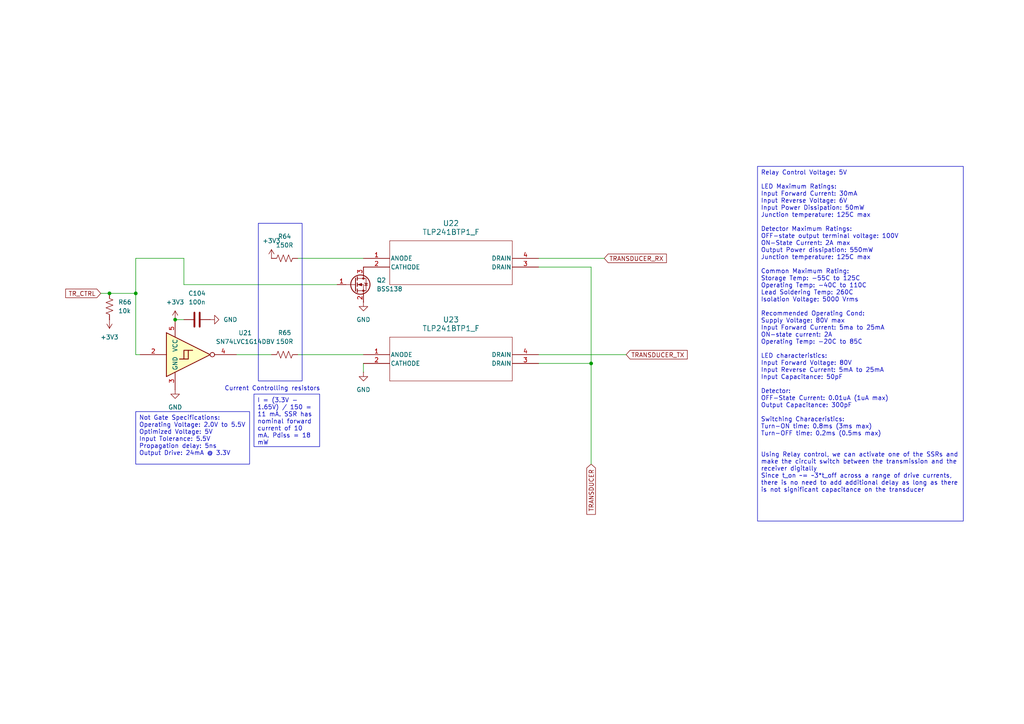
<source format=kicad_sch>
(kicad_sch
	(version 20231120)
	(generator "eeschema")
	(generator_version "8.0")
	(uuid "60eb83a1-0b21-4be0-b094-0e2eb92cba69")
	(paper "A4")
	(title_block
		(title "T/R switch")
		(date "2025-01-17")
		(rev "1.3")
		(company "RM")
	)
	(lib_symbols
		(symbol "UAM_symbols:BSS138"
			(pin_names hide)
			(exclude_from_sim no)
			(in_bom yes)
			(on_board yes)
			(property "Reference" "Q"
				(at 5.08 1.905 0)
				(effects
					(font
						(size 1.27 1.27)
					)
					(justify left)
				)
			)
			(property "Value" "BSS138"
				(at 5.08 0 0)
				(effects
					(font
						(size 1.27 1.27)
					)
					(justify left)
				)
			)
			(property "Footprint" "Package_TO_SOT_SMD:SOT-23"
				(at 5.08 -1.905 0)
				(effects
					(font
						(size 1.27 1.27)
						(italic yes)
					)
					(justify left)
					(hide yes)
				)
			)
			(property "Datasheet" "https://www.onsemi.com/pub/Collateral/BSS138-D.PDF"
				(at 5.08 -3.81 0)
				(effects
					(font
						(size 1.27 1.27)
					)
					(justify left)
					(hide yes)
				)
			)
			(property "Description" "50V Vds, 0.22A Id, N-Channel MOSFET, SOT-23"
				(at 0 0 0)
				(effects
					(font
						(size 1.27 1.27)
					)
					(hide yes)
				)
			)
			(property "ki_keywords" "N-Channel MOSFET"
				(at 0 0 0)
				(effects
					(font
						(size 1.27 1.27)
					)
					(hide yes)
				)
			)
			(property "ki_fp_filters" "SOT?23*"
				(at 0 0 0)
				(effects
					(font
						(size 1.27 1.27)
					)
					(hide yes)
				)
			)
			(symbol "BSS138_0_1"
				(polyline
					(pts
						(xy 0.254 0) (xy -2.54 0)
					)
					(stroke
						(width 0)
						(type default)
					)
					(fill
						(type none)
					)
				)
				(polyline
					(pts
						(xy 0.254 1.905) (xy 0.254 -1.905)
					)
					(stroke
						(width 0.254)
						(type default)
					)
					(fill
						(type none)
					)
				)
				(polyline
					(pts
						(xy 0.762 -1.27) (xy 0.762 -2.286)
					)
					(stroke
						(width 0.254)
						(type default)
					)
					(fill
						(type none)
					)
				)
				(polyline
					(pts
						(xy 0.762 0.508) (xy 0.762 -0.508)
					)
					(stroke
						(width 0.254)
						(type default)
					)
					(fill
						(type none)
					)
				)
				(polyline
					(pts
						(xy 0.762 2.286) (xy 0.762 1.27)
					)
					(stroke
						(width 0.254)
						(type default)
					)
					(fill
						(type none)
					)
				)
				(polyline
					(pts
						(xy 2.54 2.54) (xy 2.54 1.778)
					)
					(stroke
						(width 0)
						(type default)
					)
					(fill
						(type none)
					)
				)
				(polyline
					(pts
						(xy 2.54 -2.54) (xy 2.54 0) (xy 0.762 0)
					)
					(stroke
						(width 0)
						(type default)
					)
					(fill
						(type none)
					)
				)
				(polyline
					(pts
						(xy 0.762 -1.778) (xy 3.302 -1.778) (xy 3.302 1.778) (xy 0.762 1.778)
					)
					(stroke
						(width 0)
						(type default)
					)
					(fill
						(type none)
					)
				)
				(polyline
					(pts
						(xy 1.016 0) (xy 2.032 0.381) (xy 2.032 -0.381) (xy 1.016 0)
					)
					(stroke
						(width 0)
						(type default)
					)
					(fill
						(type outline)
					)
				)
				(polyline
					(pts
						(xy 2.794 0.508) (xy 2.921 0.381) (xy 3.683 0.381) (xy 3.81 0.254)
					)
					(stroke
						(width 0)
						(type default)
					)
					(fill
						(type none)
					)
				)
				(polyline
					(pts
						(xy 3.302 0.381) (xy 2.921 -0.254) (xy 3.683 -0.254) (xy 3.302 0.381)
					)
					(stroke
						(width 0)
						(type default)
					)
					(fill
						(type none)
					)
				)
				(circle
					(center 1.651 0)
					(radius 2.794)
					(stroke
						(width 0.254)
						(type default)
					)
					(fill
						(type none)
					)
				)
				(circle
					(center 2.54 -1.778)
					(radius 0.254)
					(stroke
						(width 0)
						(type default)
					)
					(fill
						(type outline)
					)
				)
				(circle
					(center 2.54 1.778)
					(radius 0.254)
					(stroke
						(width 0)
						(type default)
					)
					(fill
						(type outline)
					)
				)
			)
			(symbol "BSS138_1_1"
				(pin input line
					(at -5.08 0 0)
					(length 2.54)
					(name "G"
						(effects
							(font
								(size 1.27 1.27)
							)
						)
					)
					(number "1"
						(effects
							(font
								(size 1.27 1.27)
							)
						)
					)
				)
				(pin passive line
					(at 2.54 -5.08 90)
					(length 2.54)
					(name "S"
						(effects
							(font
								(size 1.27 1.27)
							)
						)
					)
					(number "2"
						(effects
							(font
								(size 1.27 1.27)
							)
						)
					)
				)
				(pin passive line
					(at 2.54 5.08 270)
					(length 2.54)
					(name "D"
						(effects
							(font
								(size 1.27 1.27)
							)
						)
					)
					(number "3"
						(effects
							(font
								(size 1.27 1.27)
							)
						)
					)
				)
			)
		)
		(symbol "UAM_symbols:C"
			(pin_numbers hide)
			(pin_names
				(offset 0.254)
			)
			(exclude_from_sim no)
			(in_bom yes)
			(on_board yes)
			(property "Reference" "C"
				(at 0.635 2.54 0)
				(effects
					(font
						(size 1.27 1.27)
					)
					(justify left)
				)
			)
			(property "Value" "C"
				(at 0.635 -2.54 0)
				(effects
					(font
						(size 1.27 1.27)
					)
					(justify left)
				)
			)
			(property "Footprint" ""
				(at 0.9652 -3.81 0)
				(effects
					(font
						(size 1.27 1.27)
					)
					(hide yes)
				)
			)
			(property "Datasheet" "~"
				(at 0 0 0)
				(effects
					(font
						(size 1.27 1.27)
					)
					(hide yes)
				)
			)
			(property "Description" "Unpolarized capacitor"
				(at 0 0 0)
				(effects
					(font
						(size 1.27 1.27)
					)
					(hide yes)
				)
			)
			(property "ki_keywords" "cap capacitor"
				(at 0 0 0)
				(effects
					(font
						(size 1.27 1.27)
					)
					(hide yes)
				)
			)
			(property "ki_fp_filters" "C_*"
				(at 0 0 0)
				(effects
					(font
						(size 1.27 1.27)
					)
					(hide yes)
				)
			)
			(symbol "C_0_1"
				(polyline
					(pts
						(xy -2.032 -0.762) (xy 2.032 -0.762)
					)
					(stroke
						(width 0.508)
						(type default)
					)
					(fill
						(type none)
					)
				)
				(polyline
					(pts
						(xy -2.032 0.762) (xy 2.032 0.762)
					)
					(stroke
						(width 0.508)
						(type default)
					)
					(fill
						(type none)
					)
				)
			)
			(symbol "C_1_1"
				(pin passive line
					(at 0 3.81 270)
					(length 2.794)
					(name "~"
						(effects
							(font
								(size 1.27 1.27)
							)
						)
					)
					(number "1"
						(effects
							(font
								(size 1.27 1.27)
							)
						)
					)
				)
				(pin passive line
					(at 0 -3.81 90)
					(length 2.794)
					(name "~"
						(effects
							(font
								(size 1.27 1.27)
							)
						)
					)
					(number "2"
						(effects
							(font
								(size 1.27 1.27)
							)
						)
					)
				)
			)
		)
		(symbol "UAM_symbols:R_US"
			(pin_numbers hide)
			(pin_names
				(offset 0)
			)
			(exclude_from_sim no)
			(in_bom yes)
			(on_board yes)
			(property "Reference" "R"
				(at 2.54 0 90)
				(effects
					(font
						(size 1.27 1.27)
					)
				)
			)
			(property "Value" "R_US"
				(at -2.54 0 90)
				(effects
					(font
						(size 1.27 1.27)
					)
				)
			)
			(property "Footprint" ""
				(at 1.016 -0.254 90)
				(effects
					(font
						(size 1.27 1.27)
					)
					(hide yes)
				)
			)
			(property "Datasheet" "~"
				(at 0 0 0)
				(effects
					(font
						(size 1.27 1.27)
					)
					(hide yes)
				)
			)
			(property "Description" "Resistor, US symbol"
				(at 0 0 0)
				(effects
					(font
						(size 1.27 1.27)
					)
					(hide yes)
				)
			)
			(property "ki_keywords" "R res resistor"
				(at 0 0 0)
				(effects
					(font
						(size 1.27 1.27)
					)
					(hide yes)
				)
			)
			(property "ki_fp_filters" "R_*"
				(at 0 0 0)
				(effects
					(font
						(size 1.27 1.27)
					)
					(hide yes)
				)
			)
			(symbol "R_US_0_1"
				(polyline
					(pts
						(xy 0 -2.286) (xy 0 -2.54)
					)
					(stroke
						(width 0)
						(type default)
					)
					(fill
						(type none)
					)
				)
				(polyline
					(pts
						(xy 0 2.286) (xy 0 2.54)
					)
					(stroke
						(width 0)
						(type default)
					)
					(fill
						(type none)
					)
				)
				(polyline
					(pts
						(xy 0 -0.762) (xy 1.016 -1.143) (xy 0 -1.524) (xy -1.016 -1.905) (xy 0 -2.286)
					)
					(stroke
						(width 0)
						(type default)
					)
					(fill
						(type none)
					)
				)
				(polyline
					(pts
						(xy 0 0.762) (xy 1.016 0.381) (xy 0 0) (xy -1.016 -0.381) (xy 0 -0.762)
					)
					(stroke
						(width 0)
						(type default)
					)
					(fill
						(type none)
					)
				)
				(polyline
					(pts
						(xy 0 2.286) (xy 1.016 1.905) (xy 0 1.524) (xy -1.016 1.143) (xy 0 0.762)
					)
					(stroke
						(width 0)
						(type default)
					)
					(fill
						(type none)
					)
				)
			)
			(symbol "R_US_1_1"
				(pin passive line
					(at 0 3.81 270)
					(length 1.27)
					(name "~"
						(effects
							(font
								(size 1.27 1.27)
							)
						)
					)
					(number "1"
						(effects
							(font
								(size 1.27 1.27)
							)
						)
					)
				)
				(pin passive line
					(at 0 -3.81 90)
					(length 1.27)
					(name "~"
						(effects
							(font
								(size 1.27 1.27)
							)
						)
					)
					(number "2"
						(effects
							(font
								(size 1.27 1.27)
							)
						)
					)
				)
			)
		)
		(symbol "UAM_symbols:SN74LVC1G14DBV"
			(exclude_from_sim no)
			(in_bom yes)
			(on_board yes)
			(property "Reference" "U"
				(at 0 3.81 0)
				(effects
					(font
						(size 1.27 1.27)
					)
					(justify left)
				)
			)
			(property "Value" "SN74LVC1G14DBV"
				(at 0 -3.81 0)
				(effects
					(font
						(size 1.27 1.27)
					)
					(justify left)
				)
			)
			(property "Footprint" "Package_TO_SOT_SMD:SOT-23-5"
				(at 0 -6.35 0)
				(effects
					(font
						(size 1.27 1.27)
						(italic yes)
					)
					(justify left)
					(hide yes)
				)
			)
			(property "Datasheet" "https://www.ti.com/lit/ds/symlink/sn74lvc1g14.pdf"
				(at 0 -8.89 0)
				(effects
					(font
						(size 1.27 1.27)
					)
					(justify left)
					(hide yes)
				)
			)
			(property "Description" "Single Schmitt NOT Gate, Low-Voltage CMOS, SOT-23"
				(at 0 0 0)
				(effects
					(font
						(size 1.27 1.27)
					)
					(hide yes)
				)
			)
			(property "ki_keywords" "Single Gate NOT Schmitt LVC CMOS"
				(at 0 0 0)
				(effects
					(font
						(size 1.27 1.27)
					)
					(hide yes)
				)
			)
			(property "ki_fp_filters" "SOT*23*"
				(at 0 0 0)
				(effects
					(font
						(size 1.27 1.27)
					)
					(hide yes)
				)
			)
			(symbol "SN74LVC1G14DBV_0_1"
				(polyline
					(pts
						(xy -7.62 6.35) (xy -7.62 -6.35) (xy 5.08 0) (xy -7.62 6.35)
					)
					(stroke
						(width 0.254)
						(type default)
					)
					(fill
						(type background)
					)
				)
			)
			(symbol "SN74LVC1G14DBV_1_1"
				(polyline
					(pts
						(xy -3.81 -1.27) (xy -1.27 -1.27) (xy -1.27 1.27)
					)
					(stroke
						(width 0.254)
						(type default)
					)
					(fill
						(type none)
					)
				)
				(polyline
					(pts
						(xy -2.54 -1.27) (xy -2.54 1.27) (xy 0 1.27)
					)
					(stroke
						(width 0.254)
						(type default)
					)
					(fill
						(type none)
					)
				)
				(pin no_connect line
					(at -7.62 5.08 180)
					(length 5.08) hide
					(name "NC"
						(effects
							(font
								(size 1.27 1.27)
							)
						)
					)
					(number "1"
						(effects
							(font
								(size 1.27 1.27)
							)
						)
					)
				)
				(pin input line
					(at -15.24 0 0)
					(length 7.62)
					(name "~"
						(effects
							(font
								(size 1.27 1.27)
							)
						)
					)
					(number "2"
						(effects
							(font
								(size 1.27 1.27)
							)
						)
					)
				)
				(pin power_in line
					(at -5.08 -10.16 90)
					(length 5.08)
					(name "GND"
						(effects
							(font
								(size 1.27 1.27)
							)
						)
					)
					(number "3"
						(effects
							(font
								(size 1.27 1.27)
							)
						)
					)
				)
				(pin output inverted
					(at 12.7 0 180)
					(length 7.62)
					(name "~"
						(effects
							(font
								(size 1.27 1.27)
							)
						)
					)
					(number "4"
						(effects
							(font
								(size 1.27 1.27)
							)
						)
					)
				)
				(pin power_in line
					(at -5.08 10.16 270)
					(length 5.08)
					(name "VCC"
						(effects
							(font
								(size 1.27 1.27)
							)
						)
					)
					(number "5"
						(effects
							(font
								(size 1.27 1.27)
							)
						)
					)
				)
			)
		)
		(symbol "UAM_symbols:TLP241BTP1_F"
			(pin_names
				(offset 0.254)
			)
			(exclude_from_sim no)
			(in_bom yes)
			(on_board yes)
			(property "Reference" "U"
				(at 25.4 10.16 0)
				(effects
					(font
						(size 1.524 1.524)
					)
				)
			)
			(property "Value" "TLP241BTP1_F"
				(at 25.4 7.62 0)
				(effects
					(font
						(size 1.524 1.524)
					)
				)
			)
			(property "Footprint" "TLP241B_TOS"
				(at 0 0 0)
				(effects
					(font
						(size 1.27 1.27)
						(italic yes)
					)
					(hide yes)
				)
			)
			(property "Datasheet" "TLP241BTP1_F"
				(at 0 0 0)
				(effects
					(font
						(size 1.27 1.27)
						(italic yes)
					)
					(hide yes)
				)
			)
			(property "Description" ""
				(at 0 0 0)
				(effects
					(font
						(size 1.27 1.27)
					)
					(hide yes)
				)
			)
			(property "ki_locked" ""
				(at 0 0 0)
				(effects
					(font
						(size 1.27 1.27)
					)
				)
			)
			(property "ki_keywords" "TLP241B(TP1,F"
				(at 0 0 0)
				(effects
					(font
						(size 1.27 1.27)
					)
					(hide yes)
				)
			)
			(property "ki_fp_filters" "TLP241B_TOS TLP241B_TOS-M TLP241B_TOS-L"
				(at 0 0 0)
				(effects
					(font
						(size 1.27 1.27)
					)
					(hide yes)
				)
			)
			(symbol "TLP241BTP1_F_0_1"
				(polyline
					(pts
						(xy 7.62 -7.62) (xy 43.18 -7.62)
					)
					(stroke
						(width 0.127)
						(type default)
					)
					(fill
						(type none)
					)
				)
				(polyline
					(pts
						(xy 7.62 5.08) (xy 7.62 -7.62)
					)
					(stroke
						(width 0.127)
						(type default)
					)
					(fill
						(type none)
					)
				)
				(polyline
					(pts
						(xy 43.18 -7.62) (xy 43.18 5.08)
					)
					(stroke
						(width 0.127)
						(type default)
					)
					(fill
						(type none)
					)
				)
				(polyline
					(pts
						(xy 43.18 5.08) (xy 7.62 5.08)
					)
					(stroke
						(width 0.127)
						(type default)
					)
					(fill
						(type none)
					)
				)
				(pin unspecified line
					(at 0 0 0)
					(length 7.62)
					(name "ANODE"
						(effects
							(font
								(size 1.27 1.27)
							)
						)
					)
					(number "1"
						(effects
							(font
								(size 1.27 1.27)
							)
						)
					)
				)
				(pin unspecified line
					(at 0 -2.54 0)
					(length 7.62)
					(name "CATHODE"
						(effects
							(font
								(size 1.27 1.27)
							)
						)
					)
					(number "2"
						(effects
							(font
								(size 1.27 1.27)
							)
						)
					)
				)
				(pin unspecified line
					(at 50.8 -2.54 180)
					(length 7.62)
					(name "DRAIN"
						(effects
							(font
								(size 1.27 1.27)
							)
						)
					)
					(number "3"
						(effects
							(font
								(size 1.27 1.27)
							)
						)
					)
				)
				(pin unspecified line
					(at 50.8 0 180)
					(length 7.62)
					(name "DRAIN"
						(effects
							(font
								(size 1.27 1.27)
							)
						)
					)
					(number "4"
						(effects
							(font
								(size 1.27 1.27)
							)
						)
					)
				)
			)
		)
		(symbol "power:+3V3"
			(power)
			(pin_numbers hide)
			(pin_names
				(offset 0) hide)
			(exclude_from_sim no)
			(in_bom yes)
			(on_board yes)
			(property "Reference" "#PWR"
				(at 0 -3.81 0)
				(effects
					(font
						(size 1.27 1.27)
					)
					(hide yes)
				)
			)
			(property "Value" "+3V3"
				(at 0 3.556 0)
				(effects
					(font
						(size 1.27 1.27)
					)
				)
			)
			(property "Footprint" ""
				(at 0 0 0)
				(effects
					(font
						(size 1.27 1.27)
					)
					(hide yes)
				)
			)
			(property "Datasheet" ""
				(at 0 0 0)
				(effects
					(font
						(size 1.27 1.27)
					)
					(hide yes)
				)
			)
			(property "Description" "Power symbol creates a global label with name \"+3V3\""
				(at 0 0 0)
				(effects
					(font
						(size 1.27 1.27)
					)
					(hide yes)
				)
			)
			(property "ki_keywords" "global power"
				(at 0 0 0)
				(effects
					(font
						(size 1.27 1.27)
					)
					(hide yes)
				)
			)
			(symbol "+3V3_0_1"
				(polyline
					(pts
						(xy -0.762 1.27) (xy 0 2.54)
					)
					(stroke
						(width 0)
						(type default)
					)
					(fill
						(type none)
					)
				)
				(polyline
					(pts
						(xy 0 0) (xy 0 2.54)
					)
					(stroke
						(width 0)
						(type default)
					)
					(fill
						(type none)
					)
				)
				(polyline
					(pts
						(xy 0 2.54) (xy 0.762 1.27)
					)
					(stroke
						(width 0)
						(type default)
					)
					(fill
						(type none)
					)
				)
			)
			(symbol "+3V3_1_1"
				(pin power_in line
					(at 0 0 90)
					(length 0)
					(name "~"
						(effects
							(font
								(size 1.27 1.27)
							)
						)
					)
					(number "1"
						(effects
							(font
								(size 1.27 1.27)
							)
						)
					)
				)
			)
		)
		(symbol "power:GND"
			(power)
			(pin_numbers hide)
			(pin_names
				(offset 0) hide)
			(exclude_from_sim no)
			(in_bom yes)
			(on_board yes)
			(property "Reference" "#PWR"
				(at 0 -6.35 0)
				(effects
					(font
						(size 1.27 1.27)
					)
					(hide yes)
				)
			)
			(property "Value" "GND"
				(at 0 -3.81 0)
				(effects
					(font
						(size 1.27 1.27)
					)
				)
			)
			(property "Footprint" ""
				(at 0 0 0)
				(effects
					(font
						(size 1.27 1.27)
					)
					(hide yes)
				)
			)
			(property "Datasheet" ""
				(at 0 0 0)
				(effects
					(font
						(size 1.27 1.27)
					)
					(hide yes)
				)
			)
			(property "Description" "Power symbol creates a global label with name \"GND\" , ground"
				(at 0 0 0)
				(effects
					(font
						(size 1.27 1.27)
					)
					(hide yes)
				)
			)
			(property "ki_keywords" "global power"
				(at 0 0 0)
				(effects
					(font
						(size 1.27 1.27)
					)
					(hide yes)
				)
			)
			(symbol "GND_0_1"
				(polyline
					(pts
						(xy 0 0) (xy 0 -1.27) (xy 1.27 -1.27) (xy 0 -2.54) (xy -1.27 -1.27) (xy 0 -1.27)
					)
					(stroke
						(width 0)
						(type default)
					)
					(fill
						(type none)
					)
				)
			)
			(symbol "GND_1_1"
				(pin power_in line
					(at 0 0 270)
					(length 0)
					(name "~"
						(effects
							(font
								(size 1.27 1.27)
							)
						)
					)
					(number "1"
						(effects
							(font
								(size 1.27 1.27)
							)
						)
					)
				)
			)
		)
	)
	(junction
		(at 171.45 105.41)
		(diameter 0)
		(color 0 0 0 0)
		(uuid "e5ffd221-d827-4085-955c-cc186a6bd6b8")
	)
	(junction
		(at 50.8 92.71)
		(diameter 0)
		(color 0 0 0 0)
		(uuid "e9c21af0-bb02-4888-a78d-01269a6d6072")
	)
	(junction
		(at 31.75 85.09)
		(diameter 0)
		(color 0 0 0 0)
		(uuid "ede396f6-26cb-4bdc-b837-75b4729b1486")
	)
	(junction
		(at 39.37 85.09)
		(diameter 0)
		(color 0 0 0 0)
		(uuid "fa363496-84db-4e0a-8115-f2c0805e78bf")
	)
	(wire
		(pts
			(xy 97.79 82.55) (xy 53.34 82.55)
		)
		(stroke
			(width 0)
			(type default)
		)
		(uuid "00a7d9c7-d5b0-4eef-981a-df5bc62c9097")
	)
	(wire
		(pts
			(xy 53.34 92.71) (xy 50.8 92.71)
		)
		(stroke
			(width 0)
			(type default)
		)
		(uuid "219ae9b2-6ab2-4ddc-8759-e63f2795a21c")
	)
	(wire
		(pts
			(xy 53.34 74.93) (xy 39.37 74.93)
		)
		(stroke
			(width 0)
			(type default)
		)
		(uuid "22231ac3-fff2-4bc4-b498-d42fe9c86ee1")
	)
	(wire
		(pts
			(xy 156.21 105.41) (xy 171.45 105.41)
		)
		(stroke
			(width 0)
			(type default)
		)
		(uuid "25064a94-6635-4816-9f79-b43539b9cac8")
	)
	(wire
		(pts
			(xy 29.21 85.09) (xy 31.75 85.09)
		)
		(stroke
			(width 0)
			(type default)
		)
		(uuid "25d05d0a-285d-4b03-a793-aff903132029")
	)
	(wire
		(pts
			(xy 31.75 85.09) (xy 39.37 85.09)
		)
		(stroke
			(width 0)
			(type default)
		)
		(uuid "2714cdce-930b-4b5f-a33a-3a3257318cec")
	)
	(wire
		(pts
			(xy 68.58 102.87) (xy 78.74 102.87)
		)
		(stroke
			(width 0)
			(type default)
		)
		(uuid "3cab1588-41db-476d-a2be-6ed57c04f0a8")
	)
	(wire
		(pts
			(xy 39.37 85.09) (xy 39.37 102.87)
		)
		(stroke
			(width 0)
			(type default)
		)
		(uuid "67827990-4852-4838-8e0e-cc131381f5d9")
	)
	(wire
		(pts
			(xy 171.45 77.47) (xy 171.45 105.41)
		)
		(stroke
			(width 0)
			(type default)
		)
		(uuid "7b641171-47a0-417a-8d58-c7f53a3001ad")
	)
	(wire
		(pts
			(xy 156.21 77.47) (xy 171.45 77.47)
		)
		(stroke
			(width 0)
			(type default)
		)
		(uuid "7b9753fb-c4bb-45ed-bf06-3d9374d3d927")
	)
	(wire
		(pts
			(xy 171.45 105.41) (xy 171.45 134.62)
		)
		(stroke
			(width 0)
			(type default)
		)
		(uuid "7ef722d8-ccee-4c62-9459-5753ab437724")
	)
	(wire
		(pts
			(xy 39.37 74.93) (xy 39.37 85.09)
		)
		(stroke
			(width 0)
			(type default)
		)
		(uuid "a23edc51-d2b5-4ab7-ab62-924db940fbc7")
	)
	(wire
		(pts
			(xy 53.34 82.55) (xy 53.34 74.93)
		)
		(stroke
			(width 0)
			(type default)
		)
		(uuid "a5b740f6-7fdb-4ac6-94be-a96de5e18add")
	)
	(wire
		(pts
			(xy 181.61 102.87) (xy 156.21 102.87)
		)
		(stroke
			(width 0)
			(type default)
		)
		(uuid "b04ce5a0-d1d1-4ecf-aba7-6dad8a409b03")
	)
	(wire
		(pts
			(xy 39.37 102.87) (xy 40.64 102.87)
		)
		(stroke
			(width 0)
			(type default)
		)
		(uuid "c87284a4-3be9-41fc-ac0c-bea8ac892e9e")
	)
	(wire
		(pts
			(xy 175.26 74.93) (xy 156.21 74.93)
		)
		(stroke
			(width 0)
			(type default)
		)
		(uuid "cbf22c13-b87f-4b3e-a201-83dfe40b32f0")
	)
	(wire
		(pts
			(xy 86.36 102.87) (xy 105.41 102.87)
		)
		(stroke
			(width 0)
			(type default)
		)
		(uuid "ebaf5fa3-2c75-4b04-b925-b81c49ea1a6f")
	)
	(wire
		(pts
			(xy 105.41 105.41) (xy 105.41 107.95)
		)
		(stroke
			(width 0)
			(type default)
		)
		(uuid "f90460e6-e9f5-4326-ae2d-7ca6332d0676")
	)
	(wire
		(pts
			(xy 86.36 74.93) (xy 105.41 74.93)
		)
		(stroke
			(width 0)
			(type default)
		)
		(uuid "fea8c118-dac5-40d4-a454-a7888ac6d9de")
	)
	(rectangle
		(start 74.93 64.77)
		(end 87.63 110.49)
		(stroke
			(width 0)
			(type default)
		)
		(fill
			(type none)
		)
		(uuid ebb541d2-1e53-42c8-b86a-101678cfa7b0)
	)
	(text_box "Not Gate Specifications:\nOperating Voltage: 2.0V to 5.5V\nOptimized Voltage: 5V\nInput Tolerance: 5.5V\nPropagation delay: 5ns\nOutput Drive: 24mA @ 3.3V"
		(exclude_from_sim no)
		(at 39.37 119.38 0)
		(size 33.02 15.24)
		(stroke
			(width 0)
			(type default)
		)
		(fill
			(type none)
		)
		(effects
			(font
				(size 1.27 1.27)
			)
			(justify left top)
		)
		(uuid "3e493b73-6980-4fdb-b571-9c7b9b5db46c")
	)
	(text_box "I = (3.3V - 1.65V) / 150 = 11 mA. SSR has nominal forward current of 10 mA. Pdiss = 18 mW"
		(exclude_from_sim no)
		(at 73.66 114.3 0)
		(size 19.05 15.24)
		(stroke
			(width 0)
			(type default)
		)
		(fill
			(type none)
		)
		(effects
			(font
				(size 1.27 1.27)
			)
			(justify left top)
		)
		(uuid "59ece887-dfd4-4b86-b537-cbcc5928bba3")
	)
	(text_box "Relay Control Voltage: 5V\n\nLED Maximum Ratings:\nInput Forward Current: 30mA\nInput Reverse Voltage: 6V\nInput Power Dissipation: 50mW\nJunction temperature: 125C max\n\nDetector Maximum Ratings:\nOFF-state output terminal voltage: 100V\nON-State Current: 2A max\nOutput Power dissipation: 550mW\nJunction temperature: 125C max\n\nCommon Maximum Rating:\nStorage Temp: -55C to 125C\nOperating Temp: -40C to 110C\nLead Soldering Temp: 260C\nIsolation Voltage: 5000 Vrms\n\nRecommended Operating Cond:\nSupply Voltage: 80V max\nInput Forward Current: 5ma to 25mA\nON-state current: 2A\nOperating Temp: -20C to 85C\n\nLED characteristics:\nInput Forward Voltage: 80V\nInput Reverse Current: 5mA to 25mA\nInput Capacitance: 50pF\n\nDetector:\nOFF-State Current: 0.01uA (1uA max)\nOutput Capacitance: 300pF\n\nSwitching Characeristics:\nTurn-ON time: 0.8ms (3ms max)\nTurn-OFF time: 0.2ms (0.5ms max)\n\n\nUsing Relay control, we can activate one of the SSRs and make the circuit switch between the transmission and the receiver digitally\nSince t_on ~= ~3*t_off across a range of drive currents, there is no need to add additional delay as long as there is not significant capacitance on the transducer"
		(exclude_from_sim no)
		(at 219.71 48.26 0)
		(size 59.69 102.87)
		(stroke
			(width 0)
			(type default)
		)
		(fill
			(type none)
		)
		(effects
			(font
				(size 1.27 1.27)
			)
			(justify left top)
		)
		(uuid "e577ba47-cb6a-4f5d-b2fc-df1e98cd11bc")
	)
	(text "Current Controlling resistors"
		(exclude_from_sim no)
		(at 78.994 112.776 0)
		(effects
			(font
				(size 1.27 1.27)
			)
		)
		(uuid "9bb912eb-604c-4bbe-80ab-01b89041b3a1")
	)
	(global_label "TRANSDUCER"
		(shape input)
		(at 171.45 134.62 270)
		(fields_autoplaced yes)
		(effects
			(font
				(size 1.27 1.27)
			)
			(justify right)
		)
		(uuid "0c227141-6664-4a65-a458-b05711deabb0")
		(property "Intersheetrefs" "${INTERSHEET_REFS}"
			(at 171.45 149.7609 90)
			(effects
				(font
					(size 1.27 1.27)
				)
				(justify right)
				(hide yes)
			)
		)
	)
	(global_label "TR_CTRL"
		(shape input)
		(at 29.21 85.09 180)
		(fields_autoplaced yes)
		(effects
			(font
				(size 1.27 1.27)
			)
			(justify right)
		)
		(uuid "85ad6970-765b-4996-9fed-44c431e8425b")
		(property "Intersheetrefs" "${INTERSHEET_REFS}"
			(at 18.4839 85.09 0)
			(effects
				(font
					(size 1.27 1.27)
				)
				(justify right)
				(hide yes)
			)
		)
	)
	(global_label "TRANSDUCER_RX"
		(shape input)
		(at 175.26 74.93 0)
		(fields_autoplaced yes)
		(effects
			(font
				(size 1.27 1.27)
			)
			(justify left)
		)
		(uuid "a18dd037-987b-4535-9850-1ec5c9c2f6a8")
		(property "Intersheetrefs" "${INTERSHEET_REFS}"
			(at 193.848 74.93 0)
			(effects
				(font
					(size 1.27 1.27)
				)
				(justify left)
				(hide yes)
			)
		)
	)
	(global_label "TRANSDUCER_TX"
		(shape input)
		(at 181.61 102.87 0)
		(fields_autoplaced yes)
		(effects
			(font
				(size 1.27 1.27)
			)
			(justify left)
		)
		(uuid "ab5d1e11-fbc5-4440-8310-77298bea8e2e")
		(property "Intersheetrefs" "${INTERSHEET_REFS}"
			(at 199.8956 102.87 0)
			(effects
				(font
					(size 1.27 1.27)
				)
				(justify left)
				(hide yes)
			)
		)
	)
	(symbol
		(lib_id "UAM_symbols:TLP241BTP1_F")
		(at 105.41 102.87 0)
		(unit 1)
		(exclude_from_sim no)
		(in_bom yes)
		(on_board yes)
		(dnp no)
		(uuid "20eddb34-6d90-471a-a547-e8a0f6a40ba8")
		(property "Reference" "U23"
			(at 130.81 92.71 0)
			(effects
				(font
					(size 1.524 1.524)
				)
			)
		)
		(property "Value" "TLP241BTP1_F"
			(at 130.81 95.25 0)
			(effects
				(font
					(size 1.524 1.524)
				)
			)
		)
		(property "Footprint" "SSR:TLP241B_TOS"
			(at 130.048 103.632 0)
			(effects
				(font
					(size 1.27 1.27)
					(italic yes)
				)
				(hide yes)
			)
		)
		(property "Datasheet" "TLP241BTP1_F"
			(at 105.41 102.87 0)
			(effects
				(font
					(size 1.27 1.27)
					(italic yes)
				)
				(hide yes)
			)
		)
		(property "Description" ""
			(at 105.41 102.87 0)
			(effects
				(font
					(size 1.27 1.27)
				)
				(hide yes)
			)
		)
		(property "Irms" ""
			(at 105.41 102.87 0)
			(effects
				(font
					(size 1.27 1.27)
				)
				(hide yes)
			)
		)
		(property "Tolerance" ""
			(at 105.41 102.87 0)
			(effects
				(font
					(size 1.27 1.27)
				)
				(hide yes)
			)
		)
		(property "Voltage" ""
			(at 105.41 102.87 0)
			(effects
				(font
					(size 1.27 1.27)
				)
				(hide yes)
			)
		)
		(pin "2"
			(uuid "88635132-81c3-4fec-b672-163e12edaae5")
		)
		(pin "3"
			(uuid "c5133dbe-94e5-4708-9800-0d3f27c7252e")
		)
		(pin "4"
			(uuid "1ae66db1-0f82-4801-965e-dd22a064bafe")
		)
		(pin "1"
			(uuid "6c411d91-a67c-435b-86b3-e909245b598f")
		)
		(instances
			(project "UAM"
				(path "/af15edda-fefd-41c1-b558-f4be36e6b138/261add59-8345-4e7d-9262-e41f795252d2"
					(reference "U23")
					(unit 1)
				)
			)
		)
	)
	(symbol
		(lib_id "power:+3V3")
		(at 31.75 92.71 180)
		(unit 1)
		(exclude_from_sim no)
		(in_bom yes)
		(on_board yes)
		(dnp no)
		(fields_autoplaced yes)
		(uuid "24909de4-0014-4aef-bcac-3ad86ceae73f")
		(property "Reference" "#PWR0164"
			(at 31.75 88.9 0)
			(effects
				(font
					(size 1.27 1.27)
				)
				(hide yes)
			)
		)
		(property "Value" "+3V3"
			(at 31.75 97.79 0)
			(effects
				(font
					(size 1.27 1.27)
				)
			)
		)
		(property "Footprint" ""
			(at 31.75 92.71 0)
			(effects
				(font
					(size 1.27 1.27)
				)
				(hide yes)
			)
		)
		(property "Datasheet" ""
			(at 31.75 92.71 0)
			(effects
				(font
					(size 1.27 1.27)
				)
				(hide yes)
			)
		)
		(property "Description" "Power symbol creates a global label with name \"+3V3\""
			(at 31.75 92.71 0)
			(effects
				(font
					(size 1.27 1.27)
				)
				(hide yes)
			)
		)
		(pin "1"
			(uuid "93dd0e13-a11a-4cd8-a962-efac41949194")
		)
		(instances
			(project ""
				(path "/af15edda-fefd-41c1-b558-f4be36e6b138/261add59-8345-4e7d-9262-e41f795252d2"
					(reference "#PWR0164")
					(unit 1)
				)
			)
		)
	)
	(symbol
		(lib_id "UAM_symbols:C")
		(at 57.15 92.71 90)
		(unit 1)
		(exclude_from_sim no)
		(in_bom yes)
		(on_board yes)
		(dnp no)
		(fields_autoplaced yes)
		(uuid "3677d4dc-8c83-4f7b-bf2d-2246ada34bd6")
		(property "Reference" "C104"
			(at 57.15 85.09 90)
			(effects
				(font
					(size 1.27 1.27)
				)
			)
		)
		(property "Value" "100n"
			(at 57.15 87.63 90)
			(effects
				(font
					(size 1.27 1.27)
				)
			)
		)
		(property "Footprint" "Capacitor_SMD:C_0603_1608Metric_Pad1.08x0.95mm_HandSolder"
			(at 60.96 91.7448 0)
			(effects
				(font
					(size 1.27 1.27)
				)
				(hide yes)
			)
		)
		(property "Datasheet" "~"
			(at 57.15 92.71 0)
			(effects
				(font
					(size 1.27 1.27)
				)
				(hide yes)
			)
		)
		(property "Description" "Unpolarized capacitor"
			(at 57.15 92.71 0)
			(effects
				(font
					(size 1.27 1.27)
				)
				(hide yes)
			)
		)
		(property "Irms" ""
			(at 57.15 92.71 0)
			(effects
				(font
					(size 1.27 1.27)
				)
				(hide yes)
			)
		)
		(property "Tolerance" ""
			(at 57.15 92.71 0)
			(effects
				(font
					(size 1.27 1.27)
				)
				(hide yes)
			)
		)
		(property "Voltage" ""
			(at 57.15 92.71 0)
			(effects
				(font
					(size 1.27 1.27)
				)
				(hide yes)
			)
		)
		(pin "1"
			(uuid "4d4595eb-4007-42c3-ae7c-269303a1b7b5")
		)
		(pin "2"
			(uuid "96279bad-d926-4ce1-9b00-978bb1676685")
		)
		(instances
			(project "UAM"
				(path "/af15edda-fefd-41c1-b558-f4be36e6b138/261add59-8345-4e7d-9262-e41f795252d2"
					(reference "C104")
					(unit 1)
				)
			)
		)
	)
	(symbol
		(lib_id "UAM_symbols:R_US")
		(at 82.55 74.93 270)
		(unit 1)
		(exclude_from_sim no)
		(in_bom yes)
		(on_board yes)
		(dnp no)
		(fields_autoplaced yes)
		(uuid "5309924c-002b-4fd5-adf0-419f80ecbc79")
		(property "Reference" "R64"
			(at 82.55 68.58 90)
			(effects
				(font
					(size 1.27 1.27)
				)
			)
		)
		(property "Value" "150R"
			(at 82.55 71.12 90)
			(effects
				(font
					(size 1.27 1.27)
				)
			)
		)
		(property "Footprint" "Resistor_SMD:R_0603_1608Metric_Pad0.98x0.95mm_HandSolder"
			(at 82.296 75.946 90)
			(effects
				(font
					(size 1.27 1.27)
				)
				(hide yes)
			)
		)
		(property "Datasheet" "~"
			(at 82.55 74.93 0)
			(effects
				(font
					(size 1.27 1.27)
				)
				(hide yes)
			)
		)
		(property "Description" "Resistor, US symbol"
			(at 82.55 74.93 0)
			(effects
				(font
					(size 1.27 1.27)
				)
				(hide yes)
			)
		)
		(property "Irms" ""
			(at 82.55 74.93 0)
			(effects
				(font
					(size 1.27 1.27)
				)
				(hide yes)
			)
		)
		(property "Tolerance" ""
			(at 82.55 74.93 0)
			(effects
				(font
					(size 1.27 1.27)
				)
				(hide yes)
			)
		)
		(property "Voltage" ""
			(at 82.55 74.93 0)
			(effects
				(font
					(size 1.27 1.27)
				)
				(hide yes)
			)
		)
		(pin "1"
			(uuid "5dae51c4-7088-4f52-8192-eeb13a025a3a")
		)
		(pin "2"
			(uuid "bb75b435-78a9-4a35-b66c-dcdf1b54dc97")
		)
		(instances
			(project "UAM"
				(path "/af15edda-fefd-41c1-b558-f4be36e6b138/261add59-8345-4e7d-9262-e41f795252d2"
					(reference "R64")
					(unit 1)
				)
			)
		)
	)
	(symbol
		(lib_id "power:GND")
		(at 50.8 113.03 0)
		(unit 1)
		(exclude_from_sim no)
		(in_bom yes)
		(on_board yes)
		(dnp no)
		(fields_autoplaced yes)
		(uuid "5421d915-edd1-4f38-a984-944d8784b15d")
		(property "Reference" "#PWR0159"
			(at 50.8 119.38 0)
			(effects
				(font
					(size 1.27 1.27)
				)
				(hide yes)
			)
		)
		(property "Value" "GND"
			(at 50.8 118.11 0)
			(effects
				(font
					(size 1.27 1.27)
				)
			)
		)
		(property "Footprint" ""
			(at 50.8 113.03 0)
			(effects
				(font
					(size 1.27 1.27)
				)
				(hide yes)
			)
		)
		(property "Datasheet" ""
			(at 50.8 113.03 0)
			(effects
				(font
					(size 1.27 1.27)
				)
				(hide yes)
			)
		)
		(property "Description" "Power symbol creates a global label with name \"GND\" , ground"
			(at 50.8 113.03 0)
			(effects
				(font
					(size 1.27 1.27)
				)
				(hide yes)
			)
		)
		(pin "1"
			(uuid "b172c393-a64d-4474-a6e0-f5834ee0387a")
		)
		(instances
			(project "UAM"
				(path "/af15edda-fefd-41c1-b558-f4be36e6b138/261add59-8345-4e7d-9262-e41f795252d2"
					(reference "#PWR0159")
					(unit 1)
				)
			)
		)
	)
	(symbol
		(lib_id "UAM_symbols:BSS138")
		(at 102.87 82.55 0)
		(unit 1)
		(exclude_from_sim no)
		(in_bom yes)
		(on_board yes)
		(dnp no)
		(fields_autoplaced yes)
		(uuid "57bd82d3-3dda-4d8e-8619-1d49ef9cd49f")
		(property "Reference" "Q2"
			(at 109.22 81.2799 0)
			(effects
				(font
					(size 1.27 1.27)
				)
				(justify left)
			)
		)
		(property "Value" "BSS138"
			(at 109.22 83.8199 0)
			(effects
				(font
					(size 1.27 1.27)
				)
				(justify left)
			)
		)
		(property "Footprint" "Package_TO_SOT_SMD:SOT-23"
			(at 107.95 84.455 0)
			(effects
				(font
					(size 1.27 1.27)
					(italic yes)
				)
				(justify left)
				(hide yes)
			)
		)
		(property "Datasheet" "https://www.onsemi.com/pub/Collateral/BSS138-D.PDF"
			(at 107.95 86.36 0)
			(effects
				(font
					(size 1.27 1.27)
				)
				(justify left)
				(hide yes)
			)
		)
		(property "Description" "50V Vds, 0.22A Id, N-Channel MOSFET, SOT-23"
			(at 102.87 82.55 0)
			(effects
				(font
					(size 1.27 1.27)
				)
				(hide yes)
			)
		)
		(property "Irms" ""
			(at 102.87 82.55 0)
			(effects
				(font
					(size 1.27 1.27)
				)
				(hide yes)
			)
		)
		(property "Tolerance" ""
			(at 102.87 82.55 0)
			(effects
				(font
					(size 1.27 1.27)
				)
				(hide yes)
			)
		)
		(property "Voltage" ""
			(at 102.87 82.55 0)
			(effects
				(font
					(size 1.27 1.27)
				)
				(hide yes)
			)
		)
		(pin "1"
			(uuid "e8e6505f-14a9-4f83-b55e-fdd243a48f0e")
		)
		(pin "3"
			(uuid "6ec5151e-4ed1-4731-9e3a-d9eb23a19488")
		)
		(pin "2"
			(uuid "dba0a7ed-da40-4654-bba2-8b9b2de70385")
		)
		(instances
			(project ""
				(path "/af15edda-fefd-41c1-b558-f4be36e6b138/261add59-8345-4e7d-9262-e41f795252d2"
					(reference "Q2")
					(unit 1)
				)
			)
		)
	)
	(symbol
		(lib_id "power:GND")
		(at 105.41 107.95 0)
		(unit 1)
		(exclude_from_sim no)
		(in_bom yes)
		(on_board yes)
		(dnp no)
		(fields_autoplaced yes)
		(uuid "6095c301-c108-4d16-96be-ea094f70ff4c")
		(property "Reference" "#PWR0162"
			(at 105.41 114.3 0)
			(effects
				(font
					(size 1.27 1.27)
				)
				(hide yes)
			)
		)
		(property "Value" "GND"
			(at 105.41 113.03 0)
			(effects
				(font
					(size 1.27 1.27)
				)
			)
		)
		(property "Footprint" ""
			(at 105.41 107.95 0)
			(effects
				(font
					(size 1.27 1.27)
				)
				(hide yes)
			)
		)
		(property "Datasheet" ""
			(at 105.41 107.95 0)
			(effects
				(font
					(size 1.27 1.27)
				)
				(hide yes)
			)
		)
		(property "Description" "Power symbol creates a global label with name \"GND\" , ground"
			(at 105.41 107.95 0)
			(effects
				(font
					(size 1.27 1.27)
				)
				(hide yes)
			)
		)
		(pin "1"
			(uuid "37672c57-3219-461e-891e-e97c40e64d4c")
		)
		(instances
			(project "UAM"
				(path "/af15edda-fefd-41c1-b558-f4be36e6b138/261add59-8345-4e7d-9262-e41f795252d2"
					(reference "#PWR0162")
					(unit 1)
				)
			)
		)
	)
	(symbol
		(lib_id "power:+3V3")
		(at 78.74 74.93 0)
		(unit 1)
		(exclude_from_sim no)
		(in_bom yes)
		(on_board yes)
		(dnp no)
		(fields_autoplaced yes)
		(uuid "7b9ef11a-aa3e-4e35-9e8e-c095850f780a")
		(property "Reference" "#PWR0163"
			(at 78.74 78.74 0)
			(effects
				(font
					(size 1.27 1.27)
				)
				(hide yes)
			)
		)
		(property "Value" "+3V3"
			(at 78.74 69.85 0)
			(effects
				(font
					(size 1.27 1.27)
				)
			)
		)
		(property "Footprint" ""
			(at 78.74 74.93 0)
			(effects
				(font
					(size 1.27 1.27)
				)
				(hide yes)
			)
		)
		(property "Datasheet" ""
			(at 78.74 74.93 0)
			(effects
				(font
					(size 1.27 1.27)
				)
				(hide yes)
			)
		)
		(property "Description" "Power symbol creates a global label with name \"+3V3\""
			(at 78.74 74.93 0)
			(effects
				(font
					(size 1.27 1.27)
				)
				(hide yes)
			)
		)
		(pin "1"
			(uuid "7eaf300f-db58-4415-b5be-a092a645c621")
		)
		(instances
			(project ""
				(path "/af15edda-fefd-41c1-b558-f4be36e6b138/261add59-8345-4e7d-9262-e41f795252d2"
					(reference "#PWR0163")
					(unit 1)
				)
			)
		)
	)
	(symbol
		(lib_id "UAM_symbols:R_US")
		(at 82.55 102.87 90)
		(unit 1)
		(exclude_from_sim no)
		(in_bom yes)
		(on_board yes)
		(dnp no)
		(fields_autoplaced yes)
		(uuid "968c3bbb-c9b0-47a2-9019-4645e7680150")
		(property "Reference" "R65"
			(at 82.55 96.52 90)
			(effects
				(font
					(size 1.27 1.27)
				)
			)
		)
		(property "Value" "150R"
			(at 82.55 99.06 90)
			(effects
				(font
					(size 1.27 1.27)
				)
			)
		)
		(property "Footprint" "Resistor_SMD:R_0603_1608Metric_Pad0.98x0.95mm_HandSolder"
			(at 82.804 101.854 90)
			(effects
				(font
					(size 1.27 1.27)
				)
				(hide yes)
			)
		)
		(property "Datasheet" "~"
			(at 82.55 102.87 0)
			(effects
				(font
					(size 1.27 1.27)
				)
				(hide yes)
			)
		)
		(property "Description" "Resistor, US symbol"
			(at 82.55 102.87 0)
			(effects
				(font
					(size 1.27 1.27)
				)
				(hide yes)
			)
		)
		(property "Irms" ""
			(at 82.55 102.87 0)
			(effects
				(font
					(size 1.27 1.27)
				)
				(hide yes)
			)
		)
		(property "Tolerance" ""
			(at 82.55 102.87 0)
			(effects
				(font
					(size 1.27 1.27)
				)
				(hide yes)
			)
		)
		(property "Voltage" ""
			(at 82.55 102.87 0)
			(effects
				(font
					(size 1.27 1.27)
				)
				(hide yes)
			)
		)
		(pin "2"
			(uuid "bd1fad3a-52c0-43df-b122-07257eabc0d7")
		)
		(pin "1"
			(uuid "c17cee70-b3e2-4e2d-8708-79187eadded6")
		)
		(instances
			(project "UAM"
				(path "/af15edda-fefd-41c1-b558-f4be36e6b138/261add59-8345-4e7d-9262-e41f795252d2"
					(reference "R65")
					(unit 1)
				)
			)
		)
	)
	(symbol
		(lib_id "power:GND")
		(at 105.41 87.63 0)
		(unit 1)
		(exclude_from_sim no)
		(in_bom yes)
		(on_board yes)
		(dnp no)
		(fields_autoplaced yes)
		(uuid "b0d81e53-01a1-4ade-bf44-4163b0714481")
		(property "Reference" "#PWR0161"
			(at 105.41 93.98 0)
			(effects
				(font
					(size 1.27 1.27)
				)
				(hide yes)
			)
		)
		(property "Value" "GND"
			(at 105.41 92.71 0)
			(effects
				(font
					(size 1.27 1.27)
				)
			)
		)
		(property "Footprint" ""
			(at 105.41 87.63 0)
			(effects
				(font
					(size 1.27 1.27)
				)
				(hide yes)
			)
		)
		(property "Datasheet" ""
			(at 105.41 87.63 0)
			(effects
				(font
					(size 1.27 1.27)
				)
				(hide yes)
			)
		)
		(property "Description" "Power symbol creates a global label with name \"GND\" , ground"
			(at 105.41 87.63 0)
			(effects
				(font
					(size 1.27 1.27)
				)
				(hide yes)
			)
		)
		(pin "1"
			(uuid "037c7650-f841-4154-ad74-a1f4f571dbde")
		)
		(instances
			(project ""
				(path "/af15edda-fefd-41c1-b558-f4be36e6b138/261add59-8345-4e7d-9262-e41f795252d2"
					(reference "#PWR0161")
					(unit 1)
				)
			)
		)
	)
	(symbol
		(lib_id "UAM_symbols:R_US")
		(at 31.75 88.9 0)
		(unit 1)
		(exclude_from_sim no)
		(in_bom yes)
		(on_board yes)
		(dnp no)
		(fields_autoplaced yes)
		(uuid "b91b6e0a-f8de-45c8-b0bc-e0017e214223")
		(property "Reference" "R66"
			(at 34.29 87.6299 0)
			(effects
				(font
					(size 1.27 1.27)
				)
				(justify left)
			)
		)
		(property "Value" "10k"
			(at 34.29 90.1699 0)
			(effects
				(font
					(size 1.27 1.27)
				)
				(justify left)
			)
		)
		(property "Footprint" "Resistor_SMD:R_0603_1608Metric_Pad0.98x0.95mm_HandSolder"
			(at 32.766 89.154 90)
			(effects
				(font
					(size 1.27 1.27)
				)
				(hide yes)
			)
		)
		(property "Datasheet" "~"
			(at 31.75 88.9 0)
			(effects
				(font
					(size 1.27 1.27)
				)
				(hide yes)
			)
		)
		(property "Description" "Resistor, US symbol"
			(at 31.75 88.9 0)
			(effects
				(font
					(size 1.27 1.27)
				)
				(hide yes)
			)
		)
		(property "Irms" ""
			(at 31.75 88.9 0)
			(effects
				(font
					(size 1.27 1.27)
				)
				(hide yes)
			)
		)
		(property "Tolerance" ""
			(at 31.75 88.9 0)
			(effects
				(font
					(size 1.27 1.27)
				)
				(hide yes)
			)
		)
		(property "Voltage" ""
			(at 31.75 88.9 0)
			(effects
				(font
					(size 1.27 1.27)
				)
				(hide yes)
			)
		)
		(pin "2"
			(uuid "c5e05cd1-babe-45c0-948d-335bca4bf316")
		)
		(pin "1"
			(uuid "5eeb3fd5-47c2-4ecd-97d2-cd3f97901822")
		)
		(instances
			(project ""
				(path "/af15edda-fefd-41c1-b558-f4be36e6b138/261add59-8345-4e7d-9262-e41f795252d2"
					(reference "R66")
					(unit 1)
				)
			)
		)
	)
	(symbol
		(lib_id "UAM_symbols:TLP241BTP1_F")
		(at 105.41 74.93 0)
		(unit 1)
		(exclude_from_sim no)
		(in_bom yes)
		(on_board yes)
		(dnp no)
		(uuid "bdc450a2-5a0e-4c0a-908c-99ad842d24f3")
		(property "Reference" "U22"
			(at 130.81 64.77 0)
			(effects
				(font
					(size 1.524 1.524)
				)
			)
		)
		(property "Value" "TLP241BTP1_F"
			(at 130.81 67.31 0)
			(effects
				(font
					(size 1.524 1.524)
				)
			)
		)
		(property "Footprint" "SSR:TLP241B_TOS"
			(at 130.048 75.692 0)
			(effects
				(font
					(size 1.27 1.27)
					(italic yes)
				)
				(hide yes)
			)
		)
		(property "Datasheet" "TLP241BTP1_F"
			(at 105.41 74.93 0)
			(effects
				(font
					(size 1.27 1.27)
					(italic yes)
				)
				(hide yes)
			)
		)
		(property "Description" ""
			(at 105.41 74.93 0)
			(effects
				(font
					(size 1.27 1.27)
				)
				(hide yes)
			)
		)
		(property "Irms" ""
			(at 105.41 74.93 0)
			(effects
				(font
					(size 1.27 1.27)
				)
				(hide yes)
			)
		)
		(property "Tolerance" ""
			(at 105.41 74.93 0)
			(effects
				(font
					(size 1.27 1.27)
				)
				(hide yes)
			)
		)
		(property "Voltage" ""
			(at 105.41 74.93 0)
			(effects
				(font
					(size 1.27 1.27)
				)
				(hide yes)
			)
		)
		(pin "2"
			(uuid "17f9351e-965b-4af9-82d4-82a0aabd9f45")
		)
		(pin "3"
			(uuid "2a853cba-1232-4614-b2e7-d6d5bd87212b")
		)
		(pin "4"
			(uuid "430bd129-0b4c-4e2e-8c48-ac44e10061aa")
		)
		(pin "1"
			(uuid "2fdadfe9-e043-4a57-8a0d-041b217b5dd3")
		)
		(instances
			(project "UAM"
				(path "/af15edda-fefd-41c1-b558-f4be36e6b138/261add59-8345-4e7d-9262-e41f795252d2"
					(reference "U22")
					(unit 1)
				)
			)
		)
	)
	(symbol
		(lib_id "power:+3V3")
		(at 50.8 92.71 0)
		(unit 1)
		(exclude_from_sim no)
		(in_bom yes)
		(on_board yes)
		(dnp no)
		(fields_autoplaced yes)
		(uuid "db032095-7cf9-4518-9c3b-259cfd1cc871")
		(property "Reference" "#PWR0158"
			(at 50.8 96.52 0)
			(effects
				(font
					(size 1.27 1.27)
				)
				(hide yes)
			)
		)
		(property "Value" "+3V3"
			(at 50.8 87.63 0)
			(effects
				(font
					(size 1.27 1.27)
				)
			)
		)
		(property "Footprint" ""
			(at 50.8 92.71 0)
			(effects
				(font
					(size 1.27 1.27)
				)
				(hide yes)
			)
		)
		(property "Datasheet" ""
			(at 50.8 92.71 0)
			(effects
				(font
					(size 1.27 1.27)
				)
				(hide yes)
			)
		)
		(property "Description" "Power symbol creates a global label with name \"+3V3\""
			(at 50.8 92.71 0)
			(effects
				(font
					(size 1.27 1.27)
				)
				(hide yes)
			)
		)
		(pin "1"
			(uuid "9e97e78c-e9fd-4785-83f6-87d035f78634")
		)
		(instances
			(project "UAM"
				(path "/af15edda-fefd-41c1-b558-f4be36e6b138/261add59-8345-4e7d-9262-e41f795252d2"
					(reference "#PWR0158")
					(unit 1)
				)
			)
		)
	)
	(symbol
		(lib_id "power:GND")
		(at 60.96 92.71 90)
		(unit 1)
		(exclude_from_sim no)
		(in_bom yes)
		(on_board yes)
		(dnp no)
		(fields_autoplaced yes)
		(uuid "eac91935-f702-43f9-a8dc-f86a08572d82")
		(property "Reference" "#PWR0160"
			(at 67.31 92.71 0)
			(effects
				(font
					(size 1.27 1.27)
				)
				(hide yes)
			)
		)
		(property "Value" "GND"
			(at 64.77 92.7099 90)
			(effects
				(font
					(size 1.27 1.27)
				)
				(justify right)
			)
		)
		(property "Footprint" ""
			(at 60.96 92.71 0)
			(effects
				(font
					(size 1.27 1.27)
				)
				(hide yes)
			)
		)
		(property "Datasheet" ""
			(at 60.96 92.71 0)
			(effects
				(font
					(size 1.27 1.27)
				)
				(hide yes)
			)
		)
		(property "Description" "Power symbol creates a global label with name \"GND\" , ground"
			(at 60.96 92.71 0)
			(effects
				(font
					(size 1.27 1.27)
				)
				(hide yes)
			)
		)
		(pin "1"
			(uuid "a19b1bbd-3064-4378-a6fc-37dcc8a95b4c")
		)
		(instances
			(project "UAM"
				(path "/af15edda-fefd-41c1-b558-f4be36e6b138/261add59-8345-4e7d-9262-e41f795252d2"
					(reference "#PWR0160")
					(unit 1)
				)
			)
		)
	)
	(symbol
		(lib_id "UAM_symbols:SN74LVC1G14DBV")
		(at 55.88 102.87 0)
		(unit 1)
		(exclude_from_sim no)
		(in_bom yes)
		(on_board yes)
		(dnp no)
		(fields_autoplaced yes)
		(uuid "f2991046-b860-44e1-afb6-e8370d0e2ed5")
		(property "Reference" "U21"
			(at 71.12 96.5514 0)
			(effects
				(font
					(size 1.27 1.27)
				)
			)
		)
		(property "Value" "SN74LVC1G14DBV"
			(at 71.12 99.0914 0)
			(effects
				(font
					(size 1.27 1.27)
				)
			)
		)
		(property "Footprint" "Package_TO_SOT_SMD:SOT-23-5"
			(at 55.88 109.22 0)
			(effects
				(font
					(size 1.27 1.27)
					(italic yes)
				)
				(justify left)
				(hide yes)
			)
		)
		(property "Datasheet" "https://www.ti.com/lit/ds/symlink/sn74lvc1g14.pdf"
			(at 55.88 111.76 0)
			(effects
				(font
					(size 1.27 1.27)
				)
				(justify left)
				(hide yes)
			)
		)
		(property "Description" "Single Schmitt NOT Gate, Low-Voltage CMOS, SOT-23"
			(at 55.88 102.87 0)
			(effects
				(font
					(size 1.27 1.27)
				)
				(hide yes)
			)
		)
		(property "Irms" ""
			(at 55.88 102.87 0)
			(effects
				(font
					(size 1.27 1.27)
				)
				(hide yes)
			)
		)
		(property "Tolerance" ""
			(at 55.88 102.87 0)
			(effects
				(font
					(size 1.27 1.27)
				)
				(hide yes)
			)
		)
		(property "Voltage" ""
			(at 55.88 102.87 0)
			(effects
				(font
					(size 1.27 1.27)
				)
				(hide yes)
			)
		)
		(pin "5"
			(uuid "80e4833f-b053-4980-9cba-169811adf21b")
		)
		(pin "2"
			(uuid "9589da2e-eee0-4d33-b3ea-0a66dfe9149d")
		)
		(pin "1"
			(uuid "a4b3498b-2b04-4863-a765-7bfcbd714708")
		)
		(pin "3"
			(uuid "87da738b-b403-4bfc-afd8-20c108d48fda")
		)
		(pin "4"
			(uuid "8795f4fc-fc07-4237-8c99-ccc9b524f7c0")
		)
		(instances
			(project "UAM"
				(path "/af15edda-fefd-41c1-b558-f4be36e6b138/261add59-8345-4e7d-9262-e41f795252d2"
					(reference "U21")
					(unit 1)
				)
			)
		)
	)
)

</source>
